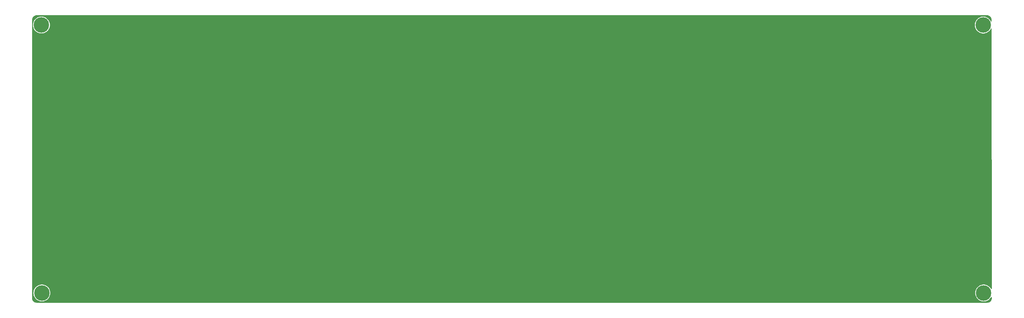
<source format=gbr>
%TF.GenerationSoftware,KiCad,Pcbnew,(6.0.7)*%
%TF.CreationDate,2023-01-10T10:00:20+01:00*%
%TF.ProjectId,skoosk backplate 4 screwholes,736b6f6f-736b-4206-9261-636b706c6174,rev?*%
%TF.SameCoordinates,Original*%
%TF.FileFunction,Copper,L2,Bot*%
%TF.FilePolarity,Positive*%
%FSLAX46Y46*%
G04 Gerber Fmt 4.6, Leading zero omitted, Abs format (unit mm)*
G04 Created by KiCad (PCBNEW (6.0.7)) date 2023-01-10 10:00:20*
%MOMM*%
%LPD*%
G01*
G04 APERTURE LIST*
%TA.AperFunction,ComponentPad*%
%ADD10C,4.400000*%
%TD*%
G04 APERTURE END LIST*
D10*
%TO.P,H4,1,1*%
%TO.N,N/C*%
X273186700Y-11950000D03*
%TD*%
%TO.P,H1,1,1*%
%TO.N,N/C*%
X5207000Y-88265000D03*
%TD*%
%TO.P,H4,1,1*%
%TO.N,N/C*%
X273313700Y-88277000D03*
%TD*%
%TO.P,H1,1,1*%
%TO.N,N/C*%
X5080000Y-11938000D03*
%TD*%
%TA.AperFunction,NonConductor*%
G36*
X139086456Y-9154035D02*
G01*
X274305994Y-9154043D01*
X274315875Y-9154431D01*
X274423333Y-9162884D01*
X274424435Y-9162976D01*
X274484742Y-9168253D01*
X274505110Y-9170036D01*
X274523529Y-9173035D01*
X274621207Y-9196482D01*
X274623134Y-9196945D01*
X274626330Y-9197756D01*
X274710043Y-9220184D01*
X274725651Y-9225482D01*
X274819385Y-9264305D01*
X274824416Y-9266519D01*
X274903752Y-9303511D01*
X274916333Y-9310270D01*
X275002544Y-9363098D01*
X275008969Y-9367311D01*
X275080898Y-9417675D01*
X275090458Y-9425077D01*
X275167228Y-9490643D01*
X275174494Y-9497360D01*
X275236625Y-9559491D01*
X275243341Y-9566755D01*
X275308922Y-9643540D01*
X275316324Y-9653101D01*
X275366668Y-9725000D01*
X275370888Y-9731436D01*
X275423727Y-9817662D01*
X275430490Y-9830249D01*
X275467468Y-9909554D01*
X275469681Y-9914583D01*
X275508514Y-10008334D01*
X275513812Y-10023944D01*
X275536239Y-10107651D01*
X275537033Y-10110774D01*
X275560958Y-10210438D01*
X275563959Y-10228869D01*
X275571094Y-10310442D01*
X275571185Y-10311538D01*
X275579557Y-10417947D01*
X275579945Y-10427757D01*
X275580182Y-10834747D01*
X275560220Y-10902879D01*
X275506591Y-10949403D01*
X275436323Y-10959548D01*
X275371725Y-10930092D01*
X275340174Y-10888468D01*
X275296121Y-10794850D01*
X275296117Y-10794843D01*
X275294433Y-10791264D01*
X275132585Y-10536232D01*
X275120136Y-10521183D01*
X275043031Y-10427980D01*
X274940049Y-10303496D01*
X274719862Y-10096726D01*
X274703346Y-10084726D01*
X274478698Y-9921511D01*
X274478697Y-9921510D01*
X274475495Y-9919184D01*
X274466508Y-9914243D01*
X274214273Y-9775575D01*
X274214272Y-9775574D01*
X274210804Y-9773668D01*
X274207135Y-9772215D01*
X274207130Y-9772213D01*
X273933632Y-9663928D01*
X273933631Y-9663928D01*
X273929962Y-9662475D01*
X273637398Y-9587358D01*
X273337727Y-9549500D01*
X273035673Y-9549500D01*
X272736002Y-9587358D01*
X272443438Y-9662475D01*
X272439769Y-9663928D01*
X272439768Y-9663928D01*
X272166270Y-9772213D01*
X272166265Y-9772215D01*
X272162596Y-9773668D01*
X272159128Y-9775574D01*
X272159127Y-9775575D01*
X271906893Y-9914243D01*
X271897905Y-9919184D01*
X271894703Y-9921510D01*
X271894702Y-9921511D01*
X271670055Y-10084726D01*
X271653538Y-10096726D01*
X271433351Y-10303496D01*
X271330369Y-10427980D01*
X271253265Y-10521183D01*
X271240815Y-10536232D01*
X271078967Y-10791264D01*
X271077283Y-10794843D01*
X271077279Y-10794850D01*
X270954230Y-11056343D01*
X270950359Y-11064570D01*
X270857019Y-11351840D01*
X270800420Y-11648543D01*
X270781454Y-11950000D01*
X270800420Y-12251457D01*
X270857019Y-12548160D01*
X270950359Y-12835430D01*
X270952046Y-12839016D01*
X270952048Y-12839020D01*
X271077279Y-13105150D01*
X271077282Y-13105155D01*
X271078967Y-13108736D01*
X271240815Y-13363768D01*
X271433351Y-13596504D01*
X271653538Y-13803274D01*
X271897905Y-13980816D01*
X272162596Y-14126332D01*
X272166265Y-14127785D01*
X272166270Y-14127787D01*
X272413129Y-14225525D01*
X272443438Y-14237525D01*
X272736002Y-14312642D01*
X273035673Y-14350500D01*
X273337727Y-14350500D01*
X273637398Y-14312642D01*
X273929962Y-14237525D01*
X273960271Y-14225525D01*
X274207130Y-14127787D01*
X274207135Y-14127785D01*
X274210804Y-14126332D01*
X274475495Y-13980816D01*
X274719862Y-13803274D01*
X274940049Y-13596504D01*
X275132585Y-13363768D01*
X275294433Y-13108736D01*
X275341473Y-13008771D01*
X275388576Y-12955650D01*
X275456921Y-12936428D01*
X275524809Y-12957207D01*
X275570685Y-13011391D01*
X275581481Y-13062345D01*
X275624594Y-87004627D01*
X275604632Y-87072759D01*
X275551003Y-87119283D01*
X275480735Y-87129428D01*
X275416137Y-87099973D01*
X275392209Y-87072214D01*
X275261707Y-86866576D01*
X275259585Y-86863232D01*
X275247136Y-86848183D01*
X275201367Y-86792859D01*
X275067049Y-86630496D01*
X274846862Y-86423726D01*
X274830346Y-86411726D01*
X274605698Y-86248511D01*
X274605697Y-86248510D01*
X274602495Y-86246184D01*
X274580668Y-86234184D01*
X274341273Y-86102575D01*
X274341272Y-86102574D01*
X274337804Y-86100668D01*
X274334135Y-86099215D01*
X274334130Y-86099213D01*
X274060632Y-85990928D01*
X274060631Y-85990928D01*
X274056962Y-85989475D01*
X273764398Y-85914358D01*
X273464727Y-85876500D01*
X273162673Y-85876500D01*
X272863002Y-85914358D01*
X272570438Y-85989475D01*
X272566769Y-85990928D01*
X272566768Y-85990928D01*
X272293270Y-86099213D01*
X272293265Y-86099215D01*
X272289596Y-86100668D01*
X272286128Y-86102574D01*
X272286127Y-86102575D01*
X272046733Y-86234184D01*
X272024905Y-86246184D01*
X272021703Y-86248510D01*
X272021702Y-86248511D01*
X271797055Y-86411726D01*
X271780538Y-86423726D01*
X271560351Y-86630496D01*
X271426033Y-86792859D01*
X271380265Y-86848183D01*
X271367815Y-86863232D01*
X271205967Y-87118264D01*
X271204283Y-87121843D01*
X271204279Y-87121850D01*
X271081230Y-87383343D01*
X271077359Y-87391570D01*
X270984019Y-87678840D01*
X270927420Y-87975543D01*
X270908454Y-88277000D01*
X270927420Y-88578457D01*
X270984019Y-88875160D01*
X271077359Y-89162430D01*
X271079046Y-89166016D01*
X271079048Y-89166020D01*
X271204279Y-89432150D01*
X271204283Y-89432157D01*
X271205967Y-89435736D01*
X271367815Y-89690768D01*
X271560351Y-89923504D01*
X271780538Y-90130274D01*
X271783740Y-90132601D01*
X271783742Y-90132602D01*
X272005022Y-90293370D01*
X272024905Y-90307816D01*
X272028374Y-90309723D01*
X272028377Y-90309725D01*
X272166040Y-90385406D01*
X272289596Y-90453332D01*
X272293265Y-90454785D01*
X272293270Y-90454787D01*
X272557835Y-90559535D01*
X272570438Y-90564525D01*
X272863002Y-90639642D01*
X273162673Y-90677500D01*
X273464727Y-90677500D01*
X273764398Y-90639642D01*
X274056962Y-90564525D01*
X274069565Y-90559535D01*
X274334130Y-90454787D01*
X274334135Y-90454785D01*
X274337804Y-90453332D01*
X274461360Y-90385406D01*
X274599023Y-90309725D01*
X274599026Y-90309723D01*
X274602495Y-90307816D01*
X274622378Y-90293370D01*
X274843658Y-90132602D01*
X274843660Y-90132601D01*
X274846862Y-90130274D01*
X275067049Y-89923504D01*
X275259585Y-89690768D01*
X275393692Y-89479449D01*
X275447080Y-89432651D01*
X275517295Y-89422146D01*
X275582043Y-89451270D01*
X275620767Y-89510776D01*
X275626076Y-89546891D01*
X275626209Y-89775001D01*
X275625821Y-89784958D01*
X275617396Y-89892025D01*
X275617311Y-89893045D01*
X275614407Y-89926215D01*
X275610205Y-89974192D01*
X275607204Y-89992612D01*
X275583341Y-90092011D01*
X275582529Y-90095208D01*
X275560044Y-90179126D01*
X275554746Y-90194734D01*
X275515974Y-90288339D01*
X275513760Y-90293370D01*
X275476712Y-90372821D01*
X275469950Y-90385406D01*
X275417186Y-90471511D01*
X275412967Y-90477946D01*
X275362529Y-90549980D01*
X275355146Y-90559517D01*
X275296538Y-90628139D01*
X275289640Y-90636216D01*
X275282925Y-90643480D01*
X275220700Y-90705706D01*
X275213435Y-90712422D01*
X275136743Y-90777924D01*
X275127184Y-90785325D01*
X275055157Y-90835760D01*
X275048720Y-90839980D01*
X274962631Y-90892736D01*
X274950047Y-90899498D01*
X274870571Y-90936559D01*
X274865539Y-90938773D01*
X274771952Y-90977539D01*
X274756346Y-90982837D01*
X274672410Y-91005329D01*
X274669212Y-91006141D01*
X274569845Y-91029998D01*
X274551415Y-91033000D01*
X274469211Y-91040192D01*
X274468323Y-91040267D01*
X274383403Y-91046951D01*
X274362399Y-91048604D01*
X274352513Y-91048992D01*
X142765145Y-91048983D01*
X3696981Y-91048974D01*
X3687095Y-91048586D01*
X3578734Y-91040058D01*
X3577640Y-91039967D01*
X3536500Y-91036368D01*
X3497962Y-91032997D01*
X3479533Y-91029996D01*
X3410238Y-91013359D01*
X3379242Y-91005918D01*
X3376045Y-91005106D01*
X3293040Y-90982865D01*
X3277432Y-90977566D01*
X3183253Y-90938555D01*
X3178223Y-90936342D01*
X3099350Y-90899564D01*
X3086765Y-90892802D01*
X3059581Y-90876144D01*
X3000225Y-90839771D01*
X2993820Y-90835571D01*
X2922205Y-90785426D01*
X2912646Y-90778024D01*
X2835612Y-90712231D01*
X2828347Y-90705515D01*
X2766485Y-90643653D01*
X2759769Y-90636388D01*
X2693976Y-90559354D01*
X2686574Y-90549795D01*
X2672716Y-90530004D01*
X2636429Y-90478180D01*
X2632229Y-90471775D01*
X2595856Y-90412419D01*
X2579198Y-90385235D01*
X2572436Y-90372650D01*
X2535658Y-90293777D01*
X2533445Y-90288747D01*
X2494434Y-90194568D01*
X2489135Y-90178960D01*
X2466894Y-90095955D01*
X2466082Y-90092758D01*
X2442005Y-89992470D01*
X2439003Y-89974036D01*
X2432033Y-89894360D01*
X2431942Y-89893266D01*
X2423414Y-89784905D01*
X2423026Y-89775019D01*
X2423026Y-88265000D01*
X2801754Y-88265000D01*
X2820720Y-88566457D01*
X2877319Y-88863160D01*
X2970659Y-89150430D01*
X2972346Y-89154016D01*
X2972348Y-89154020D01*
X3097579Y-89420150D01*
X3097583Y-89420157D01*
X3099267Y-89423736D01*
X3261115Y-89678768D01*
X3263634Y-89681814D01*
X3263637Y-89681817D01*
X3319333Y-89749141D01*
X3453651Y-89911504D01*
X3673838Y-90118274D01*
X3677040Y-90120601D01*
X3677042Y-90120602D01*
X3757594Y-90179126D01*
X3918205Y-90295816D01*
X3921674Y-90297723D01*
X3921677Y-90297725D01*
X4179427Y-90439425D01*
X4182896Y-90441332D01*
X4186565Y-90442785D01*
X4186570Y-90442787D01*
X4396488Y-90525899D01*
X4463738Y-90552525D01*
X4756302Y-90627642D01*
X5055973Y-90665500D01*
X5358027Y-90665500D01*
X5657698Y-90627642D01*
X5950262Y-90552525D01*
X6017512Y-90525899D01*
X6227430Y-90442787D01*
X6227435Y-90442785D01*
X6231104Y-90441332D01*
X6234573Y-90439425D01*
X6492323Y-90297725D01*
X6492326Y-90297723D01*
X6495795Y-90295816D01*
X6656406Y-90179126D01*
X6736958Y-90120602D01*
X6736960Y-90120601D01*
X6740162Y-90118274D01*
X6960349Y-89911504D01*
X7094667Y-89749141D01*
X7150363Y-89681817D01*
X7150366Y-89681814D01*
X7152885Y-89678768D01*
X7314733Y-89423736D01*
X7316417Y-89420157D01*
X7316421Y-89420150D01*
X7441652Y-89154020D01*
X7441654Y-89154016D01*
X7443341Y-89150430D01*
X7536681Y-88863160D01*
X7593280Y-88566457D01*
X7612246Y-88265000D01*
X7593280Y-87963543D01*
X7536681Y-87666840D01*
X7443341Y-87379570D01*
X7441652Y-87375980D01*
X7316421Y-87109850D01*
X7316417Y-87109843D01*
X7314733Y-87106264D01*
X7152885Y-86851232D01*
X6960349Y-86618496D01*
X6740162Y-86411726D01*
X6495795Y-86234184D01*
X6231104Y-86088668D01*
X6227435Y-86087215D01*
X6227430Y-86087213D01*
X5953932Y-85978928D01*
X5953931Y-85978928D01*
X5950262Y-85977475D01*
X5657698Y-85902358D01*
X5358027Y-85864500D01*
X5055973Y-85864500D01*
X4756302Y-85902358D01*
X4463738Y-85977475D01*
X4460069Y-85978928D01*
X4460068Y-85978928D01*
X4186570Y-86087213D01*
X4186565Y-86087215D01*
X4182896Y-86088668D01*
X3918205Y-86234184D01*
X3673838Y-86411726D01*
X3453651Y-86618496D01*
X3261115Y-86851232D01*
X3099267Y-87106264D01*
X3097583Y-87109843D01*
X3097579Y-87109850D01*
X2972348Y-87375980D01*
X2970659Y-87379570D01*
X2877319Y-87666840D01*
X2820720Y-87963543D01*
X2801754Y-88265000D01*
X2423026Y-88265000D01*
X2423026Y-11946278D01*
X2424367Y-11941712D01*
X2423938Y-11937873D01*
X2674690Y-11937873D01*
X2674777Y-11938366D01*
X2693720Y-12239457D01*
X2750319Y-12536160D01*
X2843659Y-12823430D01*
X2845346Y-12827016D01*
X2845348Y-12827020D01*
X2970579Y-13093150D01*
X2970583Y-13093157D01*
X2972267Y-13096736D01*
X3134115Y-13351768D01*
X3136634Y-13354814D01*
X3136637Y-13354817D01*
X3192333Y-13422141D01*
X3326651Y-13584504D01*
X3546838Y-13791274D01*
X3550040Y-13793601D01*
X3550042Y-13793602D01*
X3566559Y-13805602D01*
X3791205Y-13968816D01*
X3794674Y-13970723D01*
X3794677Y-13970725D01*
X3816505Y-13982725D01*
X4055896Y-14114332D01*
X4059565Y-14115785D01*
X4059570Y-14115787D01*
X4333068Y-14224072D01*
X4336738Y-14225525D01*
X4629302Y-14300642D01*
X4928973Y-14338500D01*
X5231027Y-14338500D01*
X5530698Y-14300642D01*
X5823262Y-14225525D01*
X5826932Y-14224072D01*
X6100430Y-14115787D01*
X6100435Y-14115785D01*
X6104104Y-14114332D01*
X6343495Y-13982725D01*
X6365323Y-13970725D01*
X6365326Y-13970723D01*
X6368795Y-13968816D01*
X6593441Y-13805602D01*
X6609958Y-13793602D01*
X6609960Y-13793601D01*
X6613162Y-13791274D01*
X6833349Y-13584504D01*
X6967667Y-13422141D01*
X7023363Y-13354817D01*
X7023366Y-13354814D01*
X7025885Y-13351768D01*
X7187733Y-13096736D01*
X7189417Y-13093157D01*
X7189421Y-13093150D01*
X7314652Y-12827020D01*
X7314654Y-12827016D01*
X7316341Y-12823430D01*
X7409681Y-12536160D01*
X7466280Y-12239457D01*
X7485246Y-11938000D01*
X7466280Y-11636543D01*
X7409681Y-11339840D01*
X7316341Y-11052570D01*
X7314652Y-11048980D01*
X7189421Y-10782850D01*
X7189417Y-10782843D01*
X7187733Y-10779264D01*
X7025885Y-10524232D01*
X6833349Y-10291496D01*
X6613162Y-10084726D01*
X6539066Y-10030892D01*
X6371998Y-9909511D01*
X6371997Y-9909510D01*
X6368795Y-9907184D01*
X6259171Y-9846917D01*
X6107573Y-9763575D01*
X6107572Y-9763574D01*
X6104104Y-9761668D01*
X6100435Y-9760215D01*
X6100430Y-9760213D01*
X5826932Y-9651928D01*
X5826931Y-9651928D01*
X5823262Y-9650475D01*
X5530698Y-9575358D01*
X5231027Y-9537500D01*
X4928973Y-9537500D01*
X4629302Y-9575358D01*
X4336738Y-9650475D01*
X4333069Y-9651928D01*
X4333068Y-9651928D01*
X4059570Y-9760213D01*
X4059565Y-9760215D01*
X4055896Y-9761668D01*
X4052428Y-9763574D01*
X4052427Y-9763575D01*
X3900830Y-9846917D01*
X3791205Y-9907184D01*
X3788003Y-9909510D01*
X3788002Y-9909511D01*
X3620935Y-10030892D01*
X3546838Y-10084726D01*
X3326651Y-10291496D01*
X3134115Y-10524232D01*
X2972267Y-10779264D01*
X2970583Y-10782843D01*
X2970579Y-10782850D01*
X2845348Y-11048980D01*
X2843659Y-11052570D01*
X2750319Y-11339840D01*
X2693720Y-11636543D01*
X2692965Y-11648543D01*
X2674777Y-11937634D01*
X2674690Y-11937873D01*
X2423938Y-11937873D01*
X2423026Y-11929722D01*
X2423026Y-10427980D01*
X2423414Y-10418095D01*
X2423426Y-10417947D01*
X2431955Y-10309571D01*
X2432021Y-10308781D01*
X2439004Y-10228963D01*
X2442005Y-10210531D01*
X2442028Y-10210438D01*
X2466079Y-10110257D01*
X2466891Y-10107062D01*
X2489135Y-10024044D01*
X2494433Y-10008436D01*
X2533449Y-9914243D01*
X2535663Y-9909212D01*
X2537499Y-9905275D01*
X2572439Y-9830345D01*
X2579190Y-9817780D01*
X2632234Y-9731221D01*
X2636436Y-9724812D01*
X2679067Y-9663928D01*
X2686575Y-9653206D01*
X2693977Y-9643647D01*
X2759770Y-9566613D01*
X2766486Y-9559348D01*
X2828348Y-9497486D01*
X2835613Y-9490770D01*
X2912647Y-9424977D01*
X2922206Y-9417575D01*
X2944226Y-9402156D01*
X2993812Y-9367436D01*
X3000221Y-9363234D01*
X3086780Y-9310190D01*
X3099345Y-9303439D01*
X3178217Y-9266661D01*
X3183243Y-9264449D01*
X3277436Y-9225433D01*
X3293044Y-9220135D01*
X3376062Y-9197891D01*
X3379257Y-9197079D01*
X3386537Y-9195331D01*
X3479535Y-9173004D01*
X3497963Y-9170004D01*
X3577781Y-9163021D01*
X3578571Y-9162955D01*
X3687095Y-9154414D01*
X3696980Y-9154026D01*
X139086456Y-9154035D01*
G37*
%TD.AperFunction*%
M02*

</source>
